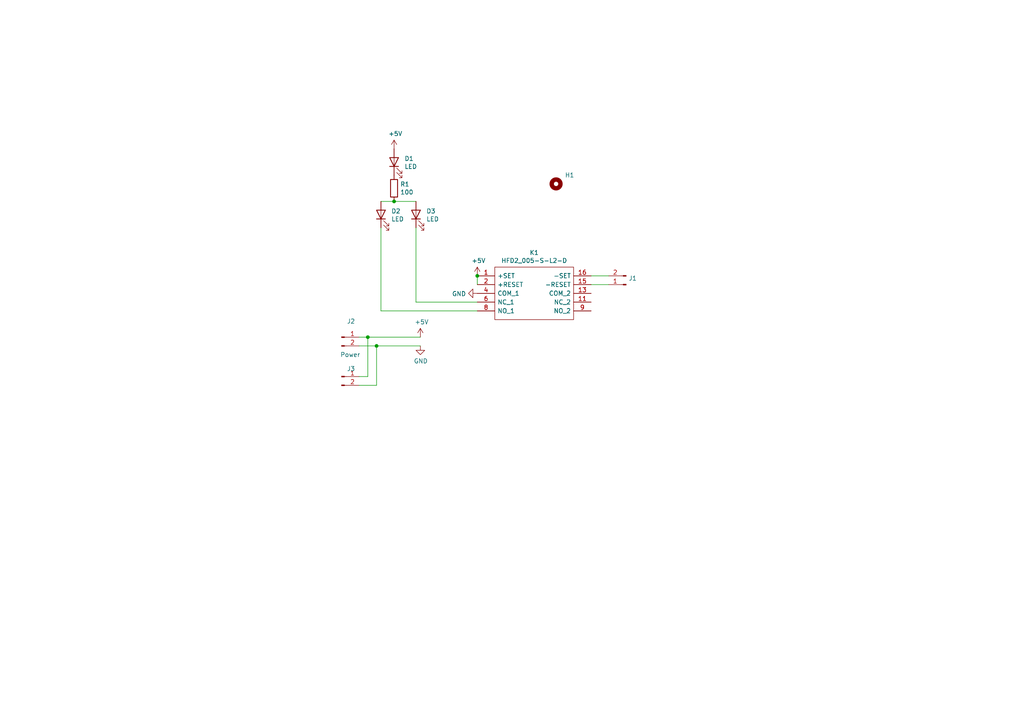
<source format=kicad_sch>
(kicad_sch (version 20211123) (generator eeschema)
  (paper "A4")
  (lib_symbols
    (symbol "Connector:Conn_01x02_Male" (pin_names (offset 1.016) hide)
      (property "Reference" "J" (at 0 2.54 0))
      (property "Value" "Conn_01x02_Male" (at 0 -5.08 0))
      (symbol "Conn_01x02_Male_1_1"
        (polyline (pts (xy 1.27 -2.54) (xy 0.8636 -2.54)) (stroke (width 0.1524)))
        (polyline (pts (xy 1.27 0) (xy 0.8636 0)) (stroke (width 0.1524)))
        (rectangle (start 0.8636 -2.413) (end 0 -2.667) (stroke (width 0.1524)) (fill (type outline)))
        (rectangle (start 0.8636 0.127) (end 0 -0.127) (stroke (width 0.1524)) (fill (type outline)))
        (pin passive line (at 5.08 0 180) (length 3.81) (name "Pin_1") (number "1"))
        (pin passive line (at 5.08 -2.54 180) (length 3.81) (name "Pin_2") (number "2"))
      )
    )
    (symbol "Device:LED" (pin_numbers hide) (pin_names (offset 1.016) hide)
      (property "Reference" "D" (at 0 2.54 0))
      (property "Value" "LED" (at 0 -2.54 0))
      (symbol "LED_0_1"
        (polyline (pts (xy -1.27 -1.27) (xy -1.27 1.27)) (stroke (width 0.254)))
        (polyline (pts (xy -1.27 0) (xy 1.27 0)))
        (polyline (pts (xy 1.27 -1.27) (xy 1.27 1.27) (xy -1.27 0) (xy 1.27 -1.27)) (stroke (width 0.254)))
        (polyline (pts (xy -3.048 -0.762) (xy -4.572 -2.286) (xy -3.81 -2.286) (xy -4.572 -2.286) (xy -4.572 -1.524)))
        (polyline (pts (xy -1.778 -0.762) (xy -3.302 -2.286) (xy -2.54 -2.286) (xy -3.302 -2.286) (xy -3.302 -1.524)))
      )
      (symbol "LED_1_1"
        (pin passive line (at -3.81 0 0) (length 2.54) (name "K") (number "1"))
        (pin passive line (at 3.81 0 180) (length 2.54) (name "A") (number "2"))
      )
    )
    (symbol "Device:R" (pin_numbers hide) (pin_names (offset 0))
      (property "Reference" "R" (at 2.032 0 90))
      (property "Value" "R" (at 0 0 90))
      (symbol "R_0_1"
        (rectangle (start -1.016 -2.54) (end 1.016 2.54) (stroke (width 0.254)))
      )
      (symbol "R_1_1"
        (pin passive line (at 0 3.81 270) (length 1.27) (name "~") (number "1"))
        (pin passive line (at 0 -3.81 90) (length 1.27) (name "~") (number "2"))
      )
    )
    (symbol "HFD2_005-S-L2-D:HFD2_005-S-L2-D" (pin_names (offset 0.762))
      (property "Reference" "K" (at 29.21 7.62 0))
      (property "Value" "HFD2_005-S-L2-D_HFD2_005-S-L2-D" (at 29.21 5.08 0))
      (symbol "HFD2_005-S-L2-D_0_0"
        (pin passive line (at 0 0 0) (length 5.08) (name "+SET") (number "1"))
        (pin passive line (at 33.02 -7.62 180) (length 5.08) (name "NC_2") (number "11"))
        (pin passive line (at 33.02 -5.08 180) (length 5.08) (name "COM_2") (number "13"))
        (pin passive line (at 33.02 -2.54 180) (length 5.08) (name "-RESET") (number "15"))
        (pin passive line (at 33.02 0 180) (length 5.08) (name "-SET") (number "16"))
        (pin passive line (at 0 -2.54 0) (length 5.08) (name "+RESET") (number "2"))
        (pin passive line (at 0 -5.08 0) (length 5.08) (name "COM_1") (number "4"))
        (pin passive line (at 0 -7.62 0) (length 5.08) (name "NC_1") (number "6"))
        (pin passive line (at 0 -10.16 0) (length 5.08) (name "NO_1") (number "8"))
        (pin passive line (at 33.02 -10.16 180) (length 5.08) (name "NO_2") (number "9"))
      )
      (symbol "HFD2_005-S-L2-D_0_1"
        (polyline (pts (xy 5.08 2.54) (xy 27.94 2.54) (xy 27.94 -12.7) (xy 5.08 -12.7) (xy 5.08 2.54)) (stroke (width 0.1524)))
      )
    )
    (symbol "Mechanical:MountingHole" (pin_names (offset 1.016))
      (property "Reference" "H" (at 0 5.08 0))
      (property "Value" "MountingHole" (at 0 3.175 0))
      (symbol "MountingHole_0_1"
        (circle (center 0 0) (radius 1.27) (stroke (width 1.27)))
      )
    )
    (symbol "power:+5V" (power) (pin_names (offset 0))
      (property "Value" "+5V" (at 0 3.556 0))
      (symbol "+5V_0_1"
        (polyline (pts (xy -0.762 1.27) (xy 0 2.54)))
        (polyline (pts (xy 0 0) (xy 0 2.54)))
        (polyline (pts (xy 0 2.54) (xy 0.762 1.27)))
      )
      (symbol "+5V_1_1"
        (pin power_in line (at 0 0 90) (length 0) hide (name "+5V") (number "1"))
      )
    )
    (symbol "power:GND" (power) (pin_names (offset 0))
      (property "Value" "GND" (at 0 -3.81 0))
      (symbol "GND_0_1"
        (polyline (pts (xy 0 0) (xy 0 -1.27) (xy 1.27 -1.27) (xy 0 -2.54) (xy -1.27 -1.27) (xy 0 -1.27)))
      )
      (symbol "GND_1_1"
        (pin power_in line (at 0 0 270) (length 0) hide (name "GND") (number "1"))
      )
    )
  )
  (junction (at 106.68 97.79))
  (junction (at 114.3 58.42))
  (junction (at 109.22 100.33))
  (junction (at 138.43 80.01))
  (wire (pts (xy 120.65 66.04) (xy 120.65 87.63)))
  (wire (pts (xy 171.45 82.55) (xy 176.53 82.55)))
  (wire (pts (xy 104.14 109.22) (xy 106.68 109.22)))
  (wire (pts (xy 106.68 97.79) (xy 121.92 97.79)))
  (wire (pts (xy 109.22 111.76) (xy 109.22 100.33)))
  (wire (pts (xy 138.43 82.55) (xy 138.43 80.01)))
  (wire (pts (xy 109.22 100.33) (xy 121.92 100.33)))
  (wire (pts (xy 110.49 90.17) (xy 138.43 90.17)))
  (wire (pts (xy 106.68 109.22) (xy 106.68 97.79)))
  (wire (pts (xy 171.45 80.01) (xy 176.53 80.01)))
  (wire (pts (xy 104.14 111.76) (xy 109.22 111.76)))
  (wire (pts (xy 114.3 58.42) (xy 120.65 58.42)))
  (wire (pts (xy 110.49 58.42) (xy 114.3 58.42)))
  (wire (pts (xy 104.14 97.79) (xy 106.68 97.79)))
  (wire (pts (xy 104.14 100.33) (xy 109.22 100.33)))
  (wire (pts (xy 110.49 66.04) (xy 110.49 90.17)))
  (wire (pts (xy 120.65 87.63) (xy 138.43 87.63)))
  (symbol (lib_id "Mechanical:MountingHole") (at 161.29 53.34 0) (unit 1)
    (property "Reference" "H1" (at 163.83 50.8 0) (effects (justify left)))
    (property "Value" "MountingHole" (effects hide))
    (property "Footprint" "Mounting_Holes:MountingHole_3.2mm_M3" (effects hide))
  )
  (symbol (lib_id "Device:LED") (at 114.3 46.99 90) (unit 1)
    (property "Reference" "D1" (at 117.2972 45.9994 90) (effects (justify right)))
    (property "Value" "LED" (at 117.2972 48.3108 90) (effects (justify right)))
    (property "Footprint" "LEDs:LED_D5.0mm" (effects hide))
  )
  (symbol (lib_id "Device:LED") (at 110.49 62.23 90) (unit 1)
    (property "Reference" "D2" (at 113.4872 61.2394 90) (effects (justify right)))
    (property "Value" "LED" (at 113.4872 63.5508 90) (effects (justify right)))
    (property "Footprint" "LEDs:LED_D5.0mm" (effects hide))
  )
  (symbol (lib_id "Device:LED") (at 120.65 62.23 90) (unit 1)
    (property "Reference" "D3" (at 123.6472 61.2394 90) (effects (justify right)))
    (property "Value" "LED" (at 123.6472 63.5508 90) (effects (justify right)))
    (property "Footprint" "LEDs:LED_D5.0mm" (effects hide))
  )
  (symbol (lib_id "Device:R") (at 114.3 54.61 0) (unit 1)
    (property "Reference" "R1" (at 116.078 53.4416 0) (effects (justify left)))
    (property "Value" "100" (at 116.078 55.753 0) (effects (justify left)))
    (property "Footprint" "Resistors_THT:R_Axial_DIN0207_L6.3mm_D2.5mm_P7.62mm_Horizontal" (effects hide))
  )
  (symbol (lib_id "power:+5V") (at 114.3 43.18 0) (unit 1)
    (property "Reference" "#PWR0101" (effects hide))
    (property "Value" "+5V" (at 114.681 38.7858 0))
  )
  (symbol (lib_id "HFD2_005-S-L2-D:HFD2_005-S-L2-D") (at 138.43 80.01 0) (unit 1)
    (property "Reference" "K1" (at 154.94 73.279 0))
    (property "Value" "HFD2_005-S-L2-D" (at 154.94 75.5904 0))
    (property "Footprint" "HFD2005SL2D" (effects hide))
    (property "Datasheet" "http://www.hongfa.com/pro/pdf/HFD2_en.pdf" (effects hide))
    (property "Description" "Hongfa Europe GMBH DPDT Non-Latching Relay PCB Mount, 5V dc Coil, 3 A, 3 A Subminiature DIP Relay" (effects hide))
    (property "Height" "10.6" (effects hide))
    (property "Manufacturer_Name" "Hongfa" (effects hide))
    (property "Manufacturer_Part_Number" "HFD2/005-S-L2-D" (effects hide))
    (property "Arrow Part Number" "HFD2/005-S-L2-D" (effects hide))
    (property "Arrow Price/Stock" "https://www.arrow.com/en/products/hfd2005-s-l2-d/hongfa-europe-gmbh" (effects hide))
  )
  (symbol (lib_id "power:GND") (at 138.43 85.09 270) (unit 1)
    (property "Reference" "#PWR0102" (effects hide))
    (property "Value" "GND" (at 135.1788 85.217 90) (effects (justify right)))
  )
  (symbol (lib_id "Connector:Conn_01x02_Male") (at 181.61 82.55 180) (unit 1)
    (property "Reference" "J1" (at 182.3212 80.7212 0) (effects (justify right)))
    (property "Value" "Conn_01x02_Male" (effects hide))
    (property "Footprint" "Pin_Headers:Pin_Header_Angled_1x02_Pitch2.54mm" (effects hide))
  )
  (symbol (lib_id "Connector:Conn_01x02_Male") (at 99.06 97.79 0) (unit 1)
    (property "Reference" "J2" (at 101.8032 93.1926 0))
    (property "Value" "Power" (at 101.6 102.87 0))
    (property "Footprint" "Pin_Headers:Pin_Header_Angled_1x02_Pitch2.54mm" (effects hide))
  )
  (symbol (lib_id "power:+5V") (at 121.92 97.79 0) (unit 1)
    (property "Reference" "#PWR0103" (effects hide))
    (property "Value" "+5V" (at 122.301 93.3958 0))
  )
  (symbol (lib_id "power:GND") (at 121.92 100.33 0) (unit 1)
    (property "Reference" "#PWR0104" (effects hide))
    (property "Value" "GND" (at 122.047 104.7242 0))
  )
  (symbol (lib_id "power:+5V") (at 138.43 80.01 0) (unit 1)
    (property "Reference" "#PWR0105" (effects hide))
    (property "Value" "+5V" (at 138.811 75.6158 0))
  )
  (symbol (lib_id "Connector:Conn_01x02_Male") (at 99.06 109.22 0) (unit 1)
    (property "Reference" "J3" (at 101.8032 106.9594 0))
    (property "Value" "Conn_01x02_Male" (effects hide))
    (property "Footprint" "Pin_Headers:Pin_Header_Angled_1x02_Pitch2.54mm" (effects hide))
  )
)
</source>
